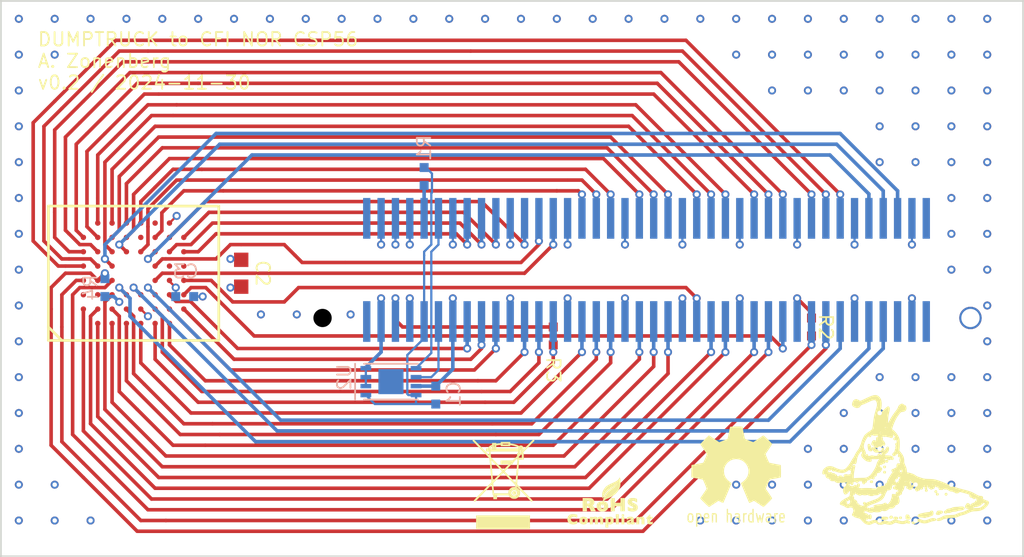
<source format=kicad_pcb>
(kicad_pcb (version 20240108) (generator "pcbnew") (generator_version "8.0")
  (layers (0 "F.Cu" signal) (1 "In1.Cu" signal) (2 "In2.Cu" signal) (31 "B.Cu" signal) (34 "B.Paste" user) (35 "F.Paste" user) (36 "B.SilkS" user "B.Silkscreen") (37 "F.SilkS" user "F.Silkscreen") (38 "B.Mask" user) (39 "F.Mask" user) (44 "Edge.Cuts" user))
  (net 0 "")
  (net 1 "/GND")
  (net 2 "/3V3_EEPROM")
  (net 3 "/VCC")
  (net 4 "/FLASH_A1")
  (net 5 "/FLASH_DQ11")
  (net 6 "/FLASH_DQ10")
  (net 7 "/FLASH_A17")
  (net 8 "/FLASH_A3")
  (net 9 "/FLASH_A23")
  (net 10 "/FLASH_DQ14")
  (net 11 "/FLASH_DQ15")
  (net 12 "/FLASH_DQ1")
  (net 13 "/FLASH_A0")
  (net 14 "/FLASH_WP_N")
  (net 15 "/FLASH_DQ0")
  (net 16 "/FLASH_A20")
  (net 17 "/FLASH_A2")
  (net 18 "/FLASH_A24")
  (net 19 "/FLASH_A6")
  (net 20 "/FLASH_DQ6")
  (net 21 "/FLASH_A7")
  (net 22 "/FLASH_A21")
  (net 23 "/FLASH_A15")
  (net 24 "/FLASH_DQ7")
  (net 25 "/FLASH_A8")
  (net 26 "/FLASH_A11")
  (net 27 "/FLASH_DQ2")
  (net 28 "/FLASH_A12")
  (net 29 "/FLASH_DQ8")
  (net 30 "/FLASH_A14")
  (net 31 "/FLASH_DQ13")
  (net 32 "/FLASH_RST_N")
  (net 34 "/FLASH_A13")
  (net 35 "/FLASH_DQ4")
  (net 36 "/FLASH_DQ9")
  (net 37 "/FLASH_A19")
  (net 38 "/FLASH_RY_BY")
  (net 41 "/FLASH_A16")
  (net 42 "/FLASH_A22")
  (net 43 "/FLASH_A18")
  (net 44 "/FLASH_DQ12")
  (net 45 "Net-(J1B-PRESENT)")
  (net 46 "/FLASH_OE_N")
  (net 47 "/FLASH_A4")
  (net 48 "/FLASH_A10")
  (net 49 "/EEPROM_SDA")
  (net 50 "/FLASH_WE_N")
  (net 51 "/EEPROM_SCL")
  (net 52 "/FLASH_CS_N")
  (net 53 "/FLASH_DQ3")
  (net 54 "/FLASH_DQ5")
  (net 55 "/FLASH_A5")
  (net 56 "/FLASH_A9")
  (footprint "w_logo:Logo_silk_ROHS_5x2.8mm" (layer "F.Cu") (at 67 84)
    (property "Reference" "M2" (hide yes))
    (property "Value" "LOGO" (hide yes))
  )
  (footprint "w_logo:Logo_silk_WEEE_3.4x5mm" (layer "F.Cu") (at 61 83)
    (property "Reference" "M4" (hide yes))
    (property "Value" "LOGO" (hide yes))
  )
  (footprint "w_logo:Logo_silk_OSHW_6x6mm" (layer "F.Cu") (at 74 82)
    (property "Reference" "M3" (hide yes))
    (property "Value" "LOGO" (hide yes))
  )
  (footprint "azonenberg_pcb:EIA_0603_CAP_NOSILK" (layer "F.Cu") (at 46.4 71.2 90)
    (property "Reference" "C2")
    (property "Value" "4.7 uF" (hide yes))
  )
  (footprint "azonenberg_pcb:EIA_0402_RES_NOSILK" (layer "F.Cu") (at 63.8 74.7 90)
    (property "Reference" "R3")
    (property "Value" "10K" (hide yes))
  )
  (footprint "azonenberg_pcb:LONGTHING-1200DPI" (layer "F.Cu") (at 84 82)
    (property "Reference" "M1" (hide yes))
    (property "Value" "LOGO" (hide yes))
  )
  (footprint "azonenberg_pcb:BGA_56_6x9_DEPOP_0.8MM_CFI_CSP" (layer "F.Cu") (at 40.4 71.2 90)
    (property "Reference" "U1" (hide yes))
    (property "Value" "MX29GL512FLXGI" (hide yes))
  )
  (footprint "azonenberg_pcb:EIA_0402_RES_NOSILK" (layer "F.Cu") (at 78.2 74.2 90)
    (property "Reference" "R2")
    (property "Value" "1K" (hide yes))
  )
  (footprint "azonenberg_pcb:EIA_0402_RES_NOSILK" (layer "B.Cu") (at 38.8 72 -90)
    (property "Reference" "R4")
    (property "Value" "10K" (hide yes))
  )
  (footprint "azonenberg_pcb:CONN_SAMTEC_BSE-040-01-L-D-A-TR" (layer "B.Cu") (at 69 71)
    (property "Reference" "J1" (hide yes))
    (property "Value" "CONN_DUMPTRUCK_DEVICE" (hide yes))
  )
  (footprint "azonenberg_pcb:EIA_0402_CAP_NOSILK" (layer "B.Cu") (at 43.25 72.5)
    (property "Reference" "C3")
    (property "Value" "0.47 uF" (hide yes))
  )
  (footprint "azonenberg_pcb:EIA_0402_RES_NOSILK" (layer "B.Cu") (at 56.6 65.8 -90)
    (property "Reference" "R1")
    (property "Value" "0" (hide yes))
  )
  (footprint "azonenberg_pcb:DFN_8_0.5MM_2x3MM_TALL" (layer "B.Cu") (at 54.75 77.25 90)
    (property "Reference" "U2")
    (property "Value" "M24C02-RMC6TG" (hide yes))
  )
  (footprint "azonenberg_pcb:EIA_0402_CAP_NOSILK" (layer "B.Cu") (at 57.25 78 90)
    (property "Reference" "C1")
    (property "Value" "0.47 uF" (hide yes))
  )
  (gr_line (start 90 56) (end 33 56) (stroke (width 0.1)) (layer "Edge.Cuts"))
  (gr_line (start 33 87) (end 90 87) (stroke (width 0.1)) (layer "Edge.Cuts"))
  (gr_line (start 33 56) (end 33 87) (stroke (width 0.1)) (layer "Edge.Cuts"))
  (gr_line (start 90 87) (end 90 56) (stroke (width 0.1)) (layer "Edge.Cuts"))
  (gr_text "DUMPTRUCK to CFI NOR CSP56\nA. Zonenberg\nv0.2 / 2024-11-30" (at 35 61 0) (layer "F.SilkS") (effects (font (size 0.75 0.75) (thickness 0.1)) (justify left bottom)))
  (segment (start 78.2 73.4) (end 77.4 72.6) (width 0.2) (layer "F.Cu") (net 1))
  (segment (start 41.2 73.6) (end 40.8 73.2) (width 0.125) (layer "F.Cu") (net 1))
  (segment (start 46.4 70.45) (end 45.85 70.45) (width 0.125) (layer "F.Cu") (net 1))
  (segment (start 42.400001 68.399999) (end 42.8 68) (width 0.125) (layer "F.Cu") (net 1))
  (segment (start 78.2 73.700001) (end 78.2 73.4) (width 0.2) (layer "F.Cu") (net 1))
  (segment (start 42.400001 68.4) (end 42.400001 68.399999) (width 0.125) (layer "F.Cu") (net 1))
  (segment (start 45.85 70.45) (end 45.8 70.4) (width 0.125) (layer "F.Cu") (net 1))
  (via (at 86 65) (size 0.45) (drill 0.25) (layers "F.Cu" "B.Cu") (net 1))
  (via (at 34 71) (size 0.45) (drill 0.25) (layers "F.Cu" "B.Cu") (net 1))
  (via (at 80 79) (size 0.45) (drill 0.25) (layers "F.Cu" "B.Cu") (net 1))
  (via (at 41.2 73.6) (size 0.45) (drill 0.25) (layers "F.Cu" "B.Cu") (net 1))
  (via (at 80 83) (size 0.45) (drill 0.25) (layers "F.Cu" "B.Cu") (net 1))
  (via (at 88 63) (size 0.45) (drill 0.25) (layers "F.Cu" "B.Cu") (net 1))
  (via (at 60 57) (size 0.45) (drill 0.25) (layers "F.Cu" "B.Cu") (net 1))
  (via (at 82 57) (size 0.45) (drill 0.25) (layers "F.Cu" "B.Cu") (net 1))
  (via (at 44 57) (size 0.45) (drill 0.25) (layers "F.Cu" "B.Cu") (net 1))
  (via (at 80.6 69.6) (size 0.45) (drill 0.25) (layers "F.Cu" "B.Cu") (net 1))
  (via (at 88 81) (size 0.45) (drill 0.25) (layers "F.Cu" "B.Cu") (net 1))
  (via (at 34 79) (size 0.45) (drill 0.25) (layers "F.Cu" "B.Cu") (net 1))
  (via (at 67.8 69.6) (size 0.45) (drill 0.25) (layers "F.Cu" "B.Cu") (net 1))
  (via (at 86 71) (size 0.45) (drill 0.25) (layers "F.Cu" "B.Cu") (net 1))
  (via (at 62 57) (size 0.45) (drill 0.25) (layers "F.Cu" "B.Cu") (net 1))
  (via (at 86 69) (size 0.45) (drill 0.25) (layers "F.Cu" "B.Cu") (net 1))
  (via (at 84 79) (size 0.45) (drill 0.25) (layers "F.Cu" "B.Cu") (net 1))
  (via (at 72 85) (size 0.45) (drill 0.25) (layers "F.Cu" "B.Cu") (net 1))
  (via (at 34 59) (size 0.45) (drill 0.25) (layers "F.Cu" "B.Cu") (net 1))
  (via (at 82 81) (size 0.45) (drill 0.25) (layers "F.Cu" "B.Cu") (net 1))
  (via (at 83.8 72.6) (size 0.45) (drill 0.25) (layers "F.Cu" "B.Cu") (net 1))
  (via (at 34 73) (size 0.45) (drill 0.25) (layers "F.Cu" "B.Cu") (net 1))
  (via (at 86 59) (size 0.45) (drill 0.25) (layers "F.Cu" "B.Cu") (net 1))
  (via (at 46 57) (size 0.45) (drill 0.25) (layers "F.Cu" "B.Cu") (net 1))
  (via (at 82 63) (size 0.45) (drill 0.25) (layers "F.Cu" "B.Cu") (net 1))
  (via (at 74 85) (size 0.45) (drill 0.25) (layers "F.Cu" "B.Cu") (net 1))
  (via (at 47.5 73.5) (size 0.45) (drill 0.25) (layers "F.Cu" "B.Cu") (net 1))
  (via (at 80 85) (size 0.45) (drill 0.25) (layers "F.Cu" "B.Cu") (net 1))
  (via (at 34 61) (size 0.45) (drill 0.25) (layers "F.Cu" "B.Cu") (net 1))
  (via (at 84 85) (size 0.45) (drill 0.25) (layers "F.Cu" "B.Cu") (net 1))
  (via (at 61.4 69.6) (size 0.45) (drill 0.25) (layers "F.Cu" "B.Cu") (net 1))
  (via (at 86 77) (size 0.45) (drill 0.25) (layers "F.Cu" "B.Cu") (net 1))
  (via (at 58.2 72.6) (size 0.45) (drill 0.25) (layers "F.Cu" "B.Cu") (net 1))
  (via (at 76 61) (size 0.45) (drill 0.25) (layers "F.Cu" "B.Cu") (net 1))
  (via (at 84 81) (size 0.45) (drill 0.25) (layers "F.Cu" "B.Cu") (net 1))
  (via (at 84 65) (size 0.45) (drill 0.25) (layers "F.Cu" "B.Cu") (net 1))
  (via (at 64 57) (size 0.45) (drill 0.25) (layers "F.Cu" "B.Cu") (net 1))
  (via (at 34 65) (size 0.45) (drill 0.25) (layers "F.Cu" "B.Cu") (net 1))
  (via (at 54 57) (size 0.45) (drill 0.25) (layers "F.Cu" "B.Cu") (net 1))
  (via (at 64.6 69.6) (size 0.45) (drill 0.25) (layers "F.Cu" "B.Cu") (net 1))
  (via (at 82 59) (size 0.45) (drill 0.25) (layers "F.Cu" "B.Cu") (net 1))
  (via (at 82 61) (size 0.45) (drill 0.25) (layers "F.Cu" "B.Cu") (net 1))
  (via (at 82 83) (size 0.45) (drill 0.25) (layers "F.Cu" "B.Cu") (net 1))
  (via (at 74.2 72.6) (size 0.45) (drill 0.25) (layers "F.Cu" "B.Cu") (net 1))
  (via (at 38 57) (size 0.45) (drill 0.25) (layers "F.Cu" "B.Cu") (net 1))
  (via (at 88 71) (size 0.45) (drill 0.25) (layers "F.Cu" "B.Cu") (net 1))
  (via (at 78 81) (size 0.45) (drill 0.25) (layers "F.Cu" "B.Cu") (net 1))
  (via (at 84 63) (size 0.45) (drill 0.25) (layers "F.Cu" "B.Cu") (net 1))
  (via (at 86 85) (size 0.45) (drill 0.25) (layers "F.Cu" "B.Cu") (net 1))
  (via (at 88 75) (size 0.45) (drill 0.25) (layers "F.Cu" "B.Cu") (net 1))
  (via (at 34 85) (size 0.45) (drill 0.25) (layers "F.Cu" "B.Cu") (net 1))
  (via (at 49.5 73.5) (size 0.45) (drill 0.25) (layers "F.Cu" "B.Cu") (net 1))
  (via (at 48 57) (size 0.45) (drill 0.25) (layers "F.Cu" "B.Cu") (net 1))
  (via (at 45.8 70.4) (size 0.45) (drill 0.25) (layers "F.Cu" "B.Cu") (net 1))
  (via (at 66 57) (size 0.45) (drill 0.25) (layers "F.Cu" "B.Cu") (net 1))
  (via (at 67.8 72.6) (size 0.45) (drill 0.25) (layers "F.Cu" "B.Cu") (net 1))
  (via (at 76 83) (size 0.45) (drill 0.25) (layers "F.Cu" "B.Cu") (net 1))
  (via (at 80 81) (size 0.45) (drill 0.25) (layers "F.Cu" "B.Cu") (net 1))
  (via (at 86 79) (size 0.45) (drill 0.25) (layers "F.Cu" "B.Cu") (net 1))
  (via (at 34 77) (size 0.45) (drill 0.25) (layers "F.Cu" "B.Cu") (net 1))
  (via (at 84 57) (size 0.45) (drill 0.25) (layers "F.Cu" "B.Cu") (net 1))
  (via (at 80 61) (size 0.45) (drill 0.25) (layers "F.Cu" "B.Cu") (net 1))
  (via (at 86 61) (size 0.45) (drill 0.25) (layers "F.Cu" "B.Cu") (net 1))
  (via (at 77.4 72.6) (size 0.45) (drill 0.25) (layers "F.Cu" "B.Cu") (net 1))
  (via (at 86 57) (size 0.45) (drill 0.25) (layers "F.Cu" "B.Cu") (net 1))
  (via (at 78 59) (size 0.45) (drill 0.25) (layers "F.Cu" "B.Cu") (net 1))
  (via (at 74.2 69.6) (size 0.45) (drill 0.25) (layers "F.Cu" "B.Cu") (net 1))
  (via (at 68 57) (size 0.45) (drill 0.25) (layers "F.Cu" "B.Cu") (net 1))
  (via (at 55.8 69.6) (size 0.45) (drill 0.25) (layers "F.Cu" "B.Cu") (net 1))
  (via (at 52.5 73.5) (size 0.45) (drill 0.25) (layers "F.Cu" "B.Cu") (net 1))
  (via (at 78 57) (size 0.45) (drill 0.25) (layers "F.Cu" "B.Cu") (net 1))
  (via (at 88 79) (size 0.45) (drill 0.25) (layers "F.Cu" "B.Cu") (net 1))
  (via (at 34 63) (size 0.45) (drill 0.25) (layers "F.Cu" "B.Cu") (net 1))
  (via (at 70 57) (size 0.45) (drill 0.25) (layers "F.Cu" "B.Cu") (net 1))
  (via (at 82 77) (size 0.45) (drill 0.25) (layers "F.Cu" "B.Cu") (net 1))
  (via (at 86 83) (size 0.45) (drill 0.25) (layers "F.Cu" "B.Cu") (net 1))
  (via (at 42 57) (size 0.45) (drill 0.25) (layers "F.Cu" "B.Cu") (net 1))
  (via (at 34 81) (size 0.45) (drill 0.25) (layers "F.Cu" "B.Cu") (net 1))
  (via (at 84 61) (size 0.45) (drill 0.25) (layers "F.Cu" "B.Cu") (net 1))
  (via (at 88 65) (size 0.45) (drill 0.25) (layers "F.Cu" "B.Cu") (net 1))
  (via (at 36 57) (size 0.45) (drill 0.25) (layers "F.Cu" "B.Cu") (net 1))
  (via (at 88 61) (size 0.45) (drill 0.25) (layers "F.Cu" "B.Cu") (net 1))
  (via (at 88 67) (size 0.45) (drill 0.25) (layers "F.Cu" "B.Cu") (net 1))
  (via (at 44.25 72.5) (size 0.45) (drill 0.25) (layers "F.Cu" "B.Cu") (net 1))
  (via (at 55.8 72.6) (size 0.45) (drill 0.25) (layers "F.Cu" "B.Cu") (net 1))
  (via (at 80 59) (size 0.45) (drill 0.25) (layers "F.Cu" "B.Cu") (net 1))
  (via (at 82 85) (size 0.45) (drill 0.25) (layers "F.Cu" "B.Cu") (net 1))
  (via (at 34 67) (size 0.45) (drill 0.25) (layers "F.Cu" "B.Cu") (net 1))
  (via (at 80 57) (size 0.45) (drill 0.25) (layers "F.Cu" "B.Cu") (net 1))
  (via (at 88 57) (size 0.45) (drill 0.25) (layers "F.Cu" "B.Cu") (net 1))
  (via (at 82 65) (size 0.45) (drill 0.25) (layers "F.Cu" "B.Cu") (net 1))
  (via (at 80.6 72.6) (size 0.45) (drill 0.25) (layers "F.Cu" "B.Cu") (net 1))
  (via (at 74 83) (size 0.45) (drill 0.25) (layers "F.Cu" "B.Cu") (net 1))
  (via (at 58.2 69.6) (size 0.45) (drill 0.25) (layers "F.Cu" "B.Cu") (net 1))
  (via (at 86 81) (size 0.45) (drill 0.25) (layers "F.Cu" "B.Cu") (net 1))
  (via (at 76 85) (size 0.45) (drill 0.25) (layers "F.Cu" "B.Cu") (net 1))
  (via (at 38 85) (size 0.45) (drill 0.25) (layers "F.Cu" "B.Cu") (net 1))
  (via (at 50 57) (size 0.45) (drill 0.25) (layers "F.Cu" "B.Cu") (net 1))
  (via (at 88 77) (size 0.45) (drill 0.25) (layers "F.Cu" "B.Cu") (net 1))
  (via (at 64.6 72.6) (size 0.45) (drill 0.25) (layers "F.Cu" "B.Cu") (net 1))
  (via (at 71 72.6) (size 0.45) (drill 0.25) (layers "F.Cu" "B.Cu") (net 1))
  (via (at 83.8 69.6) (size 0.45) (drill 0.25) (layers "F.Cu" "B.Cu") (net 1))
  (via (at 74 59) (size 0.45) (drill 0.25) (layers "F.Cu" "B.Cu") (net 1))
  (via (at 54.2 69.6) (size 0.45) (drill 0.25) (layers "F.Cu" "B.Cu") (net 1))
  (via (at 84 77) (size 0.45) (drill 0.25) (layers "F.Cu" "B.Cu") (net 1))
  (via (at 86 67) (size 0.45) (drill 0.25) (layers "F.Cu" "B.Cu") (net 1))
  (via (at 36 85) (size 0.45) (drill 0.25) (layers "F.Cu" "B.Cu") (net 1))
  (via (at 34 75) (size 0.45) (drill 0.25) (layers "F.Cu" "B.Cu") (net 1))
  (via (at 40 57) (size 0.45) (drill 0.25) (layers "F.Cu" "B.Cu") (net 1))
  (via (at 36 83) (size 0.45) (drill 0.25) (layers "F.Cu" "B.Cu") (net 1))
  (via (at 88 73) (size 0.45) (drill 0.25) (layers "F.Cu" "B.Cu") (net 1))
  (via (at 86 63) (size 0.45) (drill 0.25) (layers "F.Cu" "B.Cu") (net 1))
  (via (at 84 83) (size 0.45) (drill 0.25) (layers "F.Cu" "B.Cu") (net 1))
  (via (at 88 83) (size 0.45) (drill 0.25) (layers "F.Cu" "B.Cu") (net 1))
  (via (at 84 59) (size 0.45) (drill 0.25) (layers "F.Cu" "B.Cu") (net 1))
  (via (at 88 69) (size 0.45) (drill 0.25) (layers "F.Cu" "B.Cu") (net 1))
  (via (at 76 59) (size 0.45) (drill 0.25) (layers "F.Cu" "B.Cu") (net 1))
  (via (at 78 61) (size 0.45) (drill 0.25) (layers "F.Cu" "B.Cu") (net 1))
  (via (at 61.4 72.6) (size 0.45) (drill 0.25) (layers "F.Cu" "B.Cu") (net 1))
  (via (at 72 57) (size 0.45) (drill 0.25) (layers "F.Cu" "B.Cu") (net 1))
  (via (at 34 69) (size 0.45) (drill 0.25) (layers "F.Cu" "B.Cu") (net 1))
  (via (at 71 69.6) (size 0.45) (drill 0.25) (layers "F.Cu" "B.Cu") (net 1))
  (via (at 58 57) (size 0.45) (drill 0.25) (layers "F.Cu" "B.Cu") (net 1))
  (via (at 54.2 72.6) (size 0.45) (drill 0.25) (layers "F.Cu" "B.Cu") (net 1))
  (via (at 77.4 69.6) (size 0.45) (drill 0.25) (layers "F.Cu" "B.Cu") (net 1))
  (via (at 34 83) (size 0.45) (drill 0.25) (layers "F.Cu" "B.Cu") (net 1))
  (via (at 88 59) (size 0.45) (drill 0.25) (layers "F.Cu" "B.Cu") (net 1))
  (via (at 74 57) (size 0.45) (drill 0.25) (layers "F.Cu" "B.Cu") (net 1))
  (via (at 82 79) (size 0.45) (drill 0.25) (layers "F.Cu" "B.Cu") (net 1))
  (via (at 56 57) (size 0.45) (drill 0.25) (layers "F.Cu" "B.Cu") (net 1))
  (via (at 36 59) (size 0.45) (drill 0.25) (layers "F.Cu" "B.Cu") (net 1))
  (via (at 42.8 68) (size 0.45) (drill 0.25) (layers "F.Cu" "B.Cu") (net 1))
  (via (at 76 57) (size 0.45) (drill 0.25) (layers "F.Cu" "B.Cu") (net 1))
  (via (at 78 83) (size 0.45) (drill 0.25) (layers "F.Cu" "B.Cu") (net 1))
  (via (at 34 57) (size 0.45) (drill 0.25) (layers "F.Cu" "B.Cu") (net 1))
  (via (at 78 85) (size 0.45) (drill 0.25) (layers "F.Cu" "B.Cu") (net 1))
  (via (at 88 85) (size 0.45) (drill 0.25) (layers "F.Cu" "B.Cu") (net 1))
  (via (at 52 57) (size 0.45) (drill 0.25) (layers "F.Cu" "B.Cu") (net 1))
  (segment (start 74.2 68.1365) (end 74.2 69.6) (width 0.125) (layer "B.Cu") (net 1))
  (segment (start 64.6 72.6) (end 64.6 73.8935) (width 0.125) (layer "B.Cu") (net 1))
  (segment (start 77.4 68.1365) (end 77.4 69.6) (width 0.125) (layer "B.Cu") (net 1))
  (segment (start 61.4 72.6) (end 61.4 73.8935) (width 0.125) (layer "B.Cu") (net 1))
  (segment (start 56.15 77.5) (end 57.249999 77.5) (width 0.2) (layer "B.Cu") (net 1))
  (segment (start 53.35 76.499999) (end 53.35 77.5) (width 0.125) (layer "B.Cu") (net 1))
  (segment (start 55.8 72.6) (end 55.8 73.8935) (width 0.125) (layer "B.Cu") (net 1))
  (segment (start 54.2 72.6) (end 54.2 73.8935) (width 0.125) (layer "B.Cu") (net 1))
  (segment (start 80.6 72.6) (end 80.6 73.8935) (width 0.125) (layer "B.Cu") (net 1))
  (segment (start 58.2 68.1365) (end 58.2 69.6) (width 0.125) (layer "B.Cu") (net 1))
  (segment (start 71 72.6) (end 71 73.8935) (width 0.125) (layer "B.Cu") (net 1))
  (segment (start 64.6 68.1365) (end 64.6 69.6) (width 0.125) (layer "B.Cu") (net 1))
  (segment (start 57.25 77.500001) (end 58.2 76.550001) (width 0.2) (layer "B.Cu") (net 1))
  (segment (start 58.2 76.550001) (end 58.2 73.8935) (width 0.2) (layer "B.Cu") (net 1))
  (segment (start 83.8 68.1365) (end 83.8 69.6) (width 0.125) (layer "B.Cu") (net 1))
  (segment (start 67.8 72.6) (end 67.8 73.8935) (width 0.125) (layer "B.Cu") (net 1))
  (segment (start 54.2 75.6) (end 54.2 73.8935) (width 0.2) (layer "B.Cu") (net 1))
  (segment (start 71 68.1365) (end 71 69.6) (width 0.125) (layer "B.Cu") (net 1))
  (segment (start 83.8 72.6) (end 83.8 73.8935) (width 0.125) (layer "B.Cu") (net 1))
  (segment (start 53.35 76.45) (end 54.2 75.6) (width 0.2) (layer "B.Cu") (net 1))
  (segment (start 77.4 72.6) (end 77.4 73.8935) (width 0.125) (layer "B.Cu") (net 1))
  (segment (start 53.35 76.499999) (end 53.35 76.45) (width 0.2) (layer "B.Cu") (net 1))
  (segment (start 57.249999 77.5) (end 57.25 77.500001) (width 0.2) (layer "B.Cu") (net 1))
  (segment (start 43.749999 72.5) (end 44.25 72.5) (width 0.125) (layer "B.Cu") (net 1))
  (segment (start 58.2 72.6) (end 58.2 73.8935) (width 0.125) (layer "B.Cu") (net 1))
  (segment (start 54.2 68.1365) (end 54.2 69.6) (width 0.125) (layer "B.Cu") (net 1))
  (segment (start 61.4 68.1365) (end 61.4 69.6) (width 0.125) (layer "B.Cu") (net 1))
  (segment (start 74.2 72.6) (end 74.2 73.8935) (width 0.125) (layer "B.Cu") (net 1))
  (segment (start 55.8 68.1365) (end 55.8 69.6) (width 0.125) (layer "B.Cu") (net 1))
  (segment (start 67.8 68.1365) (end 67.8 69.6) (width 0.125) (layer "B.Cu") (net 1))
  (segment (start 80.6 68.1365) (end 80.6 69.6) (width 0.125) (layer "B.Cu") (net 1))
  (segment (start 56.6 65.300001) (end 56.700001 65.300001) (width 0.125) (layer "B.Cu") (net 2))
  (segment (start 56.15 78.449999) (end 56.1 78.499999) (width 0.125) (layer "B.Cu") (net 2))
  (segment (start 56.599999 74.825) (end 55.6625 75.762499) (width 0.125) (layer "B.Cu") (net 2))
  (segment (start 57 66.737499) (end 57 69.6) (width 0.125) (layer "B.Cu") (net 2))
  (segment (start 56.599999 73.8935) (end 56.599999 74.825) (width 0.125) (layer "B.Cu") (net 2))
  (segment (start 56.15 78.000001) (end 56.15 78.449999) (width 0.125) (layer "B.Cu") (net 2))
  (segment (start 56.6 70.2) (end 56.599999 70.200001) (width 0.125) (layer "B.Cu") (net 2))
  (segment (start 57.25 78.499999) (end 56.1 78.499999) (width 0.125) (layer "B.Cu") (net 2))
  (segment (start 55.6625 77.937501) (end 55.725 78.000001) (width 0.125) (layer "B.Cu") (net 2))
  (segment (start 56.6 70) (end 56.6 70.2) (width 0.125) (layer "B.Cu") (net 2))
  (segment (start 57 69.6) (end 56.6 70) (width 0.125) (layer "B.Cu") (net 2))
  (segment (start 56.1 78.499999) (end 53.849998 78.499999) (width 0.125) (layer "B.Cu") (net 2))
  (segment (start 57.0375 66.699999) (end 57 66.737499) (width 0.125) (layer "B.Cu") (net 2))
  (segment (start 57.0375 65.6375) (end 57.0375 66.699999) (width 0.125) (layer "B.Cu") (net 2))
  (segment (start 56.599999 70.200001) (end 56.599999 73.8935) (width 0.125) (layer "B.Cu") (net 2))
  (segment (start 55.725 78.000001) (end 56.15 78.000001) (width 0.125) (layer "B.Cu") (net 2))
  (segment (start 56.700001 65.300001) (end 57.0375 65.6375) (width 0.125) (layer "B.Cu") (net 2))
  (segment (start 53.849998 78.499999) (end 53.35 78.000001) (width 0.125) (layer "B.Cu") (net 2))
  (segment (start 55.6625 75.762499) (end 55.6625 77.937501) (width 0.125) (layer "B.Cu") (net 2))
  (segment (start 46.4 71.95) (end 45.85 71.95) (width 0.125) (layer "F.Cu") (net 3))
  (segment (start 63.8 74.200001) (end 55.400001 74.200001) (width 0.2) (layer "F.Cu") (net 3))
  (segment (start 55.400001 74.200001) (end 55 73.8) (width 0.2) (layer "F.Cu") (net 3))
  (segment (start 55 73.8) (end 55 72.6) (width 0.2) (layer "F.Cu") (net 3))
  (segment (start 45.85 71.95) (end 45.8 72) (width 0.125) (layer "F.Cu") (net 3))
  (segment (start 42.4 71.65) (end 42.75 72) (width 0.125) (layer "F.Cu") (net 3))
  (segment (start 42.4 71.6) (end 42.4 71.65) (width 0.125) (layer "F.Cu") (net 3))
  (via (at 45.8 72) (size 0.45) (drill 0.25) (layers "F.Cu" "B.Cu") (net 3))
  (via (at 55 72.6) (size 0.45) (drill 0.25) (layers "F.Cu" "B.Cu") (net 3))
  (via (at 39.6 72.8) (size 0.45) (drill 0.25) (layers "F.Cu" "B.Cu") (net 3))
  (via (at 55 69.6) (size 0.45) (drill 0.25) (layers "F.Cu" "B.Cu") (net 3))
  (via (at 42.75 72) (size 0.45) (drill 0.25) (layers "F.Cu" "B.Cu") (net 3))
  (segment (start 55.000001 72.600001) (end 55.000001 73.8935) (width 0.125) (layer "B.Cu") (net 3))
  (segment (start 42.75 72) (end 42.75 72.499999) (width 0.125) (layer "B.Cu") (net 3))
  (segment (start 42.75 72.499999) (end 42.750001 72.5) (width 0.125) (layer "B.Cu") (net 3))
  (segment (start 38.8 72.499999) (end 39.299999 72.499999) (width 0.2) (layer "B.Cu") (net 3))
  (segment (start 55 72.6) (end 55.000001 72.600001) (width 0.125) (layer "B.Cu") (net 3))
  (segment (start 55 68.1365) (end 55 69.6) (width 0.125) (layer "B.Cu") (net 3))
  (segment (start 39.299999 72.499999) (end 39.6 72.8) (width 0.2) (layer "B.Cu") (net 3))
  (segment (start 60.6 80.2) (end 63 80.2) (width 0.2) (layer "F.Cu") (net 4))
  (segment (start 63 80.2) (end 67 76.2) (width 0.2) (layer "F.Cu") (net 4))
  (segment (start 67 76.2) (end 67 75.6) (width 0.2) (layer "F.Cu") (net 4))
  (segment (start 45.2 80.2) (end 60.6 80.2) (width 0.2) (layer "F.Cu") (net 4))
  (segment (start 40 74) (end 40 77.2) (width 0.2) (layer "F.Cu") (net 4))
  (segment (start 43 80.2) (end 45.2 80.2) (width 0.2) (layer "F.Cu") (net 4))
  (segment (start 40.4 77.6) (end 43 80.2) (width 0.2) (layer "F.Cu") (net 4))
  (segment (start 40 77.2) (end 40.4 77.6) (width 0.2) (layer "F.Cu") (net 4))
  (via (at 67 75.6) (size 0.45) (drill 0.25) (layers "F.Cu" "B.Cu") (net 4))
  (segment (start 67 75.6) (end 67 73.8935) (width 0.2) (layer "B.Cu") (net 4))
  (segment (start 44.728248 71.6) (end 45.928248 72.8) (width 0.2) (layer "F.Cu") (net 5))
  (segment (start 71.2 72) (end 71.8 72.6) (width 0.2) (layer "F.Cu") (net 5))
  (segment (start 48.8 72.8) (end 49.6 72) (width 0.2) (layer "F.Cu") (net 5))
  (segment (start 43.2 71.6) (end 44.728248 71.6) (width 0.2) (layer "F.Cu") (net 5))
  (segment (start 45.928248 72.8) (end 48.8 72.8) (width 0.2) (layer "F.Cu") (net 5))
  (segment (start 49.6 72) (end 71.2 72) (width 0.2) (layer "F.Cu") (net 5))
  (via (at 71.8 72.6) (size 0.45) (drill 0.25) (layers "F.Cu" "B.Cu") (net 5))
  (segment (start 71.8 73.893499) (end 71.8 72.6) (width 0.2) (layer "B.Cu") (net 5))
  (segment (start 42.774999 72.775) (end 42.4 72.400001) (width 0.2) (layer "F.Cu") (net 6))
  (segment (start 59 75.4) (end 46.2 75.4) (width 0.2) (layer "F.Cu") (net 6))
  (segment (start 43.575 72.775) (end 42.774999 72.775) (width 0.2) (layer "F.Cu") (net 6))
  (segment (start 46.2 75.4) (end 43.575 72.775) (width 0.2) (layer "F.Cu") (net 6))
  (via (at 59 75.4) (size 0.45) (drill 0.25) (layers "F.Cu" "B.Cu") (net 6))
  (segment (start 59 75.4) (end 59 73.8935) (width 0.2) (layer "B.Cu") (net 6))
  (segment (start 40 72.4) (end 39.6 72) (width 0.2) (layer "F.Cu") (net 7))
  (via (at 39.6 72) (size 0.45) (drill 0.25) (layers "F.Cu" "B.Cu") (net 7))
  (segment (start 39.6 72) (end 40.2 72.6) (width 0.2) (layer "B.Cu") (net 7))
  (segment (start 40.2 73.6) (end 47.2 80.6) (width 0.2) (layer "B.Cu") (net 7))
  (segment (start 82.2 75.4) (end 82.2 73.8935) (width 0.2) (layer "B.Cu") (net 7))
  (segment (start 40.2 72.6) (end 40.2 73.6) (width 0.2) (layer "B.Cu") (net 7))
  (segment (start 47.2 80.6) (end 77 80.6) (width 0.2) (layer "B.Cu") (net 7))
  (segment (start 77 80.6) (end 82.2 75.4) (width 0.2) (layer "B.Cu") (net 7))
  (segment (start 38.399999 74) (end 38.399999 79.199999) (width 0.2) (layer "F.Cu") (net 8))
  (segment (start 38.399999 79.199999) (end 41.8 82.6) (width 0.2) (layer "F.Cu") (net 8))
  (segment (start 65.6 82.6) (end 72.6 75.6) (width 0.2) (layer "F.Cu") (net 8))
  (segment (start 41.8 82.6) (end 65.6 82.6) (width 0.2) (layer "F.Cu") (net 8))
  (via (at 72.6 75.6) (size 0.45) (drill 0.25) (layers "F.Cu" "B.Cu") (net 8))
  (segment (start 72.6 75.6) (end 72.6 73.8935) (width 0.2) (layer "B.Cu") (net 8))
  (segment (start 38 70.4) (end 36.8 70.4) (width 0.2) (layer "F.Cu") (net 9))
  (segment (start 36.8 70.4) (end 36.4 70.4) (width 0.2) (layer "F.Cu") (net 9))
  (segment (start 39.6 58.8) (end 41.2 58.8) (width 0.2) (layer "F.Cu") (net 9))
  (segment (start 41.2 58.8) (end 59.2 58.8) (width 0.2) (layer "F.Cu") (net 9))
  (segment (start 38.4 70.8) (end 38 70.4) (width 0.2) (layer "F.Cu") (net 9))
  (segment (start 71 58.8) (end 79 66.8) (width 0.2) (layer "F.Cu") (net 9))
  (segment (start 59.2 58.8) (end 71 58.8) (width 0.2) (layer "F.Cu") (net 9))
  (segment (start 35.4 69.4) (end 35.4 63) (width 0.2) (layer "F.Cu") (net 9))
  (segment (start 36.4 62) (end 39.6 58.8) (width 0.2) (layer "F.Cu") (net 9))
  (segment (start 36.4 70.4) (end 35.4 69.4) (width 0.2) (layer "F.Cu") (net 9))
  (segment (start 35.4 63) (end 36.4 62) (width 0.2) (layer "F.Cu") (net 9))
  (via (at 79 66.8) (size 0.45) (drill 0.25) (layers "F.Cu" "B.Cu") (net 9))
  (segment (start 79 68.1365) (end 79 66.8) (width 0.2) (layer "B.Cu") (net 9))
  (segment (start 43.2 69.199999) (end 44.599999 67.8) (width 0.2) (layer "F.Cu") (net 10))
  (segment (start 44.599999 67.8) (end 58.8 67.8) (width 0.2) (layer "F.Cu") (net 10))
  (segment (start 58.8 67.8) (end 60.6 69.6) (width 0.2) (layer "F.Cu") (net 10))
  (via (at 60.6 69.6) (size 0.45) (drill 0.25) (layers "F.Cu" "B.Cu") (net 10))
  (segment (start 60.6 69.6) (end 60.6 68.1365) (width 0.2) (layer "B.Cu") (net 10))
  (segment (start 41.600001 69.2) (end 41.975 68.825001) (width 0.2) (layer "F.Cu") (net 11))
  (segment (start 65.2 66.6) (end 65.4 66.8) (width 0.2) (layer "F.Cu") (net 11))
  (segment (start 41.975 68.825001) (end 41.975 67.825) (width 0.2) (layer "F.Cu") (net 11))
  (segment (start 45.4 66.6) (end 64 66.6) (width 0.2) (layer "F.Cu") (net 11))
  (segment (start 41.975 67.825) (end 42.4 67.4) (width 0.2) (layer "F.Cu") (net 11))
  (segment (start 64 66.6) (end 65.2 66.6) (width 0.2) (layer "F.Cu") (net 11))
  (segment (start 42.4 67.4) (end 43.2 66.6) (width 0.2) (layer "F.Cu") (net 11))
  (segment (start 43.2 66.6) (end 45.4 66.6) (width 0.2) (layer "F.Cu") (net 11))
  (via (at 65.4 66.8) (size 0.45) (drill 0.25) (layers "F.Cu" "B.Cu") (net 11))
  (segment (start 65.4 66.8) (end 65.4 68.1365) (width 0.2) (layer "B.Cu") (net 11))
  (segment (start 40.8 72.4) (end 40.4 72) (width 0.2) (layer "F.Cu") (net 12))
  (via (at 40.4 72) (size 0.45) (drill 0.25) (layers "F.Cu" "B.Cu") (net 12))
  (segment (start 81.400001 75.399999) (end 81.400001 73.8935) (width 0.2) (layer "B.Cu") (net 12))
  (segment (start 76.8 80) (end 81.400001 75.399999) (width 0.2) (layer "B.Cu") (net 12))
  (segment (start 40.4 72) (end 48.4 80) (width 0.2) (layer "B.Cu") (net 12))
  (segment (start 48.4 80) (end 76.8 80) (width 0.2) (layer "B.Cu") (net 12))
  (segment (start 40.8 76.2) (end 43.6 79) (width 0.2) (layer "F.Cu") (net 13))
  (segment (start 40.8 74) (end 40.8 76.2) (width 0.2) (layer "F.Cu") (net 13))
  (segment (start 62 79) (end 65.4 75.6) (width 0.2) (layer "F.Cu") (net 13))
  (segment (start 43.6 79) (end 62 79) (width 0.2) (layer "F.Cu") (net 13))
  (via (at 65.4 75.6) (size 0.45) (drill 0.25) (layers "F.Cu" "B.Cu") (net 13))
  (segment (start 65.4 75.6) (end 65.4 73.8935) (width 0.2) (layer "B.Cu") (net 13))
  (segment (start 36.6 72.2) (end 36.4 72.4) (width 0.2) (layer "F.Cu") (net 14))
  (segment (start 36.4 80.6) (end 37.6 81.8) (width 0.2) (layer "F.Cu") (net 14))
  (segment (start 42.2 85) (end 68.4 85) (width 0.2) (layer "F.Cu") (net 14))
  (segment (start 36.4 72.4) (end 36.4 74.2) (width 0.2) (layer "F.Cu") (net 14))
  (segment (start 37.6 81.8) (end 40.8 85) (width 0.2) (layer "F.Cu") (net 14))
  (segment (start 36.4 74.2) (end 36.4 80.6) (width 0.2) (layer "F.Cu") (net 14))
  (segment (start 78.2 75.2) (end 78.2 74.699999) (width 0.2) (layer "F.Cu") (net 14))
  (segment (start 40.8 85) (end 42.2 85) (width 0.2) (layer "F.Cu") (net 14))
  (segment (start 68.4 85) (end 78.1 75.3) (width 0.2) (layer "F.Cu") (net 14))
  (segment (start 37.6 71.6) (end 37.2 71.6) (width 0.2) (layer "F.Cu") (net 14))
  (segment (start 78.1 75.3) (end 78.2 75.2) (width 0.2) (layer "F.Cu") (net 14))
  (segment (start 37.2 71.6) (end 36.6 72.2) (width 0.2) (layer "F.Cu") (net 14))
  (via (at 78.2 75.2) (size 0.45) (drill 0.25) (layers "F.Cu" "B.Cu") (net 14))
  (segment (start 78.2 75.2) (end 78.2 73.8935) (width 0.2) (layer "B.Cu") (net 14))
  (segment (start 45.8 76.6) (end 42.4 73.2) (width 0.2) (layer "F.Cu") (net 15))
  (segment (start 59.4 76.6) (end 45.8 76.6) (width 0.2) (layer "F.Cu") (net 15))
  (segment (start 60.6 75.4) (end 59.4 76.6) (width 0.2) (layer "F.Cu") (net 15))
  (via (at 60.6 75.4) (size 0.45) (drill 0.25) (layers "F.Cu" "B.Cu") (net 15))
  (segment (start 60.6 73.893501) (end 60.600001 73.8935) (width 0.2) (layer "B.Cu") (net 15))
  (segment (start 60.6 75.4) (end 60.6 73.893501) (width 0.2) (layer "B.Cu") (net 15))
  (segment (start 39.2 70.8) (end 38.8 70.4) (width 0.2) (layer "F.Cu") (net 16))
  (via (at 38.8 70.4) (size 0.45) (drill 0.25) (layers "F.Cu" "B.Cu") (net 16))
  (segment (start 45 63.4) (end 79.8 63.4) (width 0.2) (layer "B.Cu") (net 16))
  (segment (start 83 66.6) (end 83 68.1365) (width 0.2) (layer "B.Cu") (net 16))
  (segment (start 38.8 69.6) (end 45 63.4) (width 0.2) (layer "B.Cu") (net 16))
  (segment (start 79.8 63.4) (end 83 66.6) (width 0.2) (layer "B.Cu") (net 16))
  (segment (start 38.8 70.4) (end 38.8 69.6) (width 0.2) (layer "B.Cu") (net 16))
  (segment (start 69.4 76.4) (end 64.4 81.4) (width 0.2) (layer "F.Cu") (net 17))
  (segment (start 69.4 75.6) (end 69.4 76.4) (width 0.2) (layer "F.Cu") (net 17))
  (segment (start 64.4 81.4) (end 42.2 81.4) (width 0.2) (layer "F.Cu") (net 17))
  (segment (start 42.2 81.4) (end 39.2 78.4) (width 0.2) (layer "F.Cu") (net 17))
  (segment (start 39.2 78.4) (end 39.2 74) (width 0.2) (layer "F.Cu") (net 17))
  (via (at 69.4 75.6) (size 0.45) (drill 0.25) (layers "F.Cu" "B.Cu") (net 17))
  (segment (start 69.4 75.6) (end 69.4 73.8935) (width 0.2) (layer "B.Cu") (net 17))
  (segment (start 44.4 77.2) (end 59.6 77.2) (width 0.2) (layer "F.Cu") (net 18))
  (segment (start 42.400001 75.200001) (end 44.4 77.2) (width 0.2) (layer "F.Cu") (net 18))
  (segment (start 59.6 77.2) (end 60.6 77.2) (width 0.2) (layer "F.Cu") (net 18))
  (segment (start 42.400001 74) (end 42.400001 75.200001) (width 0.2) (layer "F.Cu") (net 18))
  (segment (start 60.6 77.2) (end 62.2 75.6) (width 0.2) (layer "F.Cu") (net 18))
  (via (at 62.2 75.6) (size 0.45) (drill 0.25) (layers "F.Cu" "B.Cu") (net 18))
  (segment (start 62.2 75.6) (end 62.2 73.893501) (width 0.2) (layer "B.Cu") (net 18))
  (segment (start 62.2 73.893501) (end 62.199999 73.8935) (width 0.2) (layer "B.Cu") (net 18))
  (segment (start 38 79.6) (end 41.6 83.2) (width 0.2) (layer "F.Cu") (net 19))
  (segment (start 65.8 83.2) (end 73.4 75.6) (width 0.2) (layer "F.Cu") (net 19))
  (segment (start 38 73.6) (end 38 79.6) (width 0.2) (layer "F.Cu") (net 19))
  (segment (start 41.6 83.2) (end 65.8 83.2) (width 0.2) (layer "F.Cu") (net 19))
  (segment (start 38.4 73.2) (end 38 73.6) (width 0.2) (layer "F.Cu") (net 19))
  (via (at 73.4 75.6) (size 0.45) (drill 0.25) (layers "F.Cu" "B.Cu") (net 19))
  (segment (start 73.4 75.6) (end 73.4 73.8935) (width 0.2) (layer "B.Cu") (net 19))
  (segment (start 64.6 66) (end 65.4 66) (width 0.2) (layer "F.Cu") (net 20))
  (segment (start 42.8 66) (end 43.6 66) (width 0.2) (layer "F.Cu") (net 20))
  (segment (start 65.4 66) (end 66.2 66.8) (width 0.2) (layer "F.Cu") (net 20))
  (segment (start 40.8 70) (end 41.2 69.6) (width 0.2) (layer "F.Cu") (net 20))
  (segment (start 41.2 67.6) (end 42.8 66) (width 0.2) (layer "F.Cu") (net 20))
  (segment (start 41.2 67.8) (end 41.2 67.6) (width 0.2) (layer "F.Cu") (net 20))
  (segment (start 43.6 66) (end 64.6 66) (width 0.2) (layer "F.Cu") (net 20))
  (segment (start 41.2 69.6) (end 41.2 68.6) (width 0.2) (layer "F.Cu") (net 20))
  (segment (start 41.2 68.6) (end 41.2 67.8) (width 0.2) (layer "F.Cu") (net 20))
  (via (at 66.2 66.8) (size 0.45) (drill 0.25) (layers "F.Cu" "B.Cu") (net 20))
  (segment (start 66.2 66.8) (end 66.2 68.1365) (width 0.2) (layer "B.Cu") (net 20))
  (segment (start 37.6 73.200001) (end 37.6 80) (width 0.2) (layer "F.Cu") (net 21))
  (segment (start 66.8 83.8) (end 75 75.6) (width 0.2) (layer "F.Cu") (net 21))
  (segment (start 41.4 83.8) (end 66.8 83.8) (width 0.2) (layer "F.Cu") (net 21))
  (segment (start 37.6 80) (end 41.4 83.8) (width 0.2) (layer "F.Cu") (net 21))
  (via (at 75 75.6) (size 0.45) (drill 0.25) (layers "F.Cu" "B.Cu") (net 21))
  (segment (start 75 75.6) (end 75 73.8935) (width 0.2) (layer "B.Cu") (net 21))
  (segment (start 68 63) (end 71.8 66.8) (width 0.2) (layer "F.Cu") (net 22))
  (segment (start 39.2 68.4) (end 39.2 65.4) (width 0.2) (layer "F.Cu") (net 22))
  (segment (start 41.6 63) (end 68 63) (width 0.2) (layer "F.Cu") (net 22))
  (segment (start 39.2 65.4) (end 41.6 63) (width 0.2) (layer "F.Cu") (net 22))
  (via (at 71.8 66.8) (size 0.45) (drill 0.25) (layers "F.Cu" "B.Cu") (net 22))
  (segment (start 71.8 66.8) (end 71.8 68.1365) (width 0.2) (layer "B.Cu") (net 22))
  (segment (start 42.8 61.8) (end 68.4 61.8) (width 0.2) (layer "F.Cu") (net 23))
  (segment (start 38.399999 64.600001) (end 39.4 63.6) (width 0.2) (layer "F.Cu") (net 23))
  (segment (start 68.4 61.8) (end 73.4 66.8) (width 0.2) (layer "F.Cu") (net 23))
  (segment (start 38.399999 68.4) (end 38.399999 67.000001) (width 0.2) (layer "F.Cu") (net 23))
  (segment (start 39.4 63.6) (end 41.2 61.8) (width 0.2) (layer "F.Cu") (net 23))
  (segment (start 41.2 61.8) (end 42.8 61.8) (width 0.2) (layer "F.Cu") (net 23))
  (segment (start 38.399999 67.000001) (end 38.399999 64.600001) (width 0.2) (layer "F.Cu") (net 23))
  (via (at 73.4 66.8) (size 0.45) (drill 0.25) (layers "F.Cu" "B.Cu") (net 23))
  (segment (start 73.4 68.1365) (end 73.4 66.8) (width 0.2) (layer "B.Cu") (net 23))
  (segment (start 59.8 67.2) (end 62.2 69.6) (width 0.2) (layer "F.Cu") (net 24))
  (segment (start 44.4 67.2) (end 59.8 67.2) (width 0.2) (layer "F.Cu") (net 24))
  (segment (start 42.4 69.2) (end 44.4 67.2) (width 0.2) (layer "F.Cu") (net 24))
  (via (at 62.2 69.6) (size 0.45) (drill 0.25) (layers "F.Cu" "B.Cu") (net 24))
  (segment (start 62.2 69.6) (end 62.2 68.1365) (width 0.2) (layer "B.Cu") (net 24))
  (segment (start 39.8 59.4) (end 41.2 59.4) (width 0.2) (layer "F.Cu") (net 25))
  (segment (start 36 69.2) (end 36 67.8) (width 0.2) (layer "F.Cu") (net 25))
  (segment (start 37.6 61.6) (end 39.8 59.4) (width 0.2) (layer "F.Cu") (net 25))
  (segment (start 36 63.2) (end 37.6 61.6) (width 0.2) (layer "F.Cu") (net 25))
  (segment (start 36.8 70) (end 36 69.2) (width 0.2) (layer "F.Cu") (net 25))
  (segment (start 41.2 59.4) (end 70.8 59.4) (width 0.2) (layer "F.Cu") (net 25))
  (segment (start 37.6 70) (end 36.8 70) (width 0.2) (layer "F.Cu") (net 25))
  (segment (start 70.8 59.4) (end 78.2 66.8) (width 0.2) (layer "F.Cu") (net 25))
  (segment (start 36 67.8) (end 36 63.2) (width 0.2) (layer "F.Cu") (net 25))
  (via (at 78.2 66.8) (size 0.45) (drill 0.25) (layers "F.Cu" "B.Cu") (net 25))
  (segment (start 78.2 66.8) (end 78.2 68.1365) (width 0.2) (layer "B.Cu") (net 25))
  (segment (start 40.6 60.6) (end 44 60.6) (width 0.2) (layer "F.Cu") (net 26))
  (segment (start 37.200001 68.8) (end 37.2 68.8) (width 0.2) (layer "F.Cu") (net 26))
  (segment (start 37.2 68.8) (end 37.2 64) (width 0.2) (layer "F.Cu") (net 26))
  (segment (start 69.6 60.6) (end 75.8 66.8) (width 0.2) (layer "F.Cu") (net 26))
  (segment (start 44 60.6) (end 69.6 60.6) (width 0.2) (layer "F.Cu") (net 26))
  (segment (start 37.6 69.199999) (end 37.200001 68.8) (width 0.2) (layer "F.Cu") (net 26))
  (segment (start 37.2 64) (end 37.8 63.4) (width 0.2) (layer "F.Cu") (net 26))
  (segment (start 37.8 63.4) (end 40.6 60.6) (width 0.2) (layer "F.Cu") (net 26))
  (via (at 75.8 66.8) (size 0.45) (drill 0.25) (layers "F.Cu" "B.Cu") (net 26))
  (segment (start 75.8 68.1365) (end 75.8 66.8) (width 0.2) (layer "B.Cu") (net 26))
  (segment (start 75.9 74.7) (end 47.121752 74.7) (width 0.2) (layer "F.Cu") (net 27))
  (segment (start 43.6 72) (end 43.2 72.4) (width 0.2) (layer "F.Cu") (net 27))
  (segment (start 47.121752 74.7) (end 44.421752 72) (width 0.2) (layer "F.Cu") (net 27))
  (segment (start 44.421752 72) (end 43.6 72) (width 0.2) (layer "F.Cu") (net 27))
  (segment (start 76.6 75.4) (end 75.9 74.7) (width 0.2) (layer "F.Cu") (net 27))
  (via (at 76.6 75.4) (size 0.45) (drill 0.25) (layers "F.Cu" "B.Cu") (net 27))
  (segment (start 76.6 75.4) (end 76.6 73.8935) (width 0.2) (layer "B.Cu") (net 27))
  (segment (start 37.8 68.6) (end 37.8 64.4) (width 0.2) (layer "F.Cu") (net 28))
  (segment (start 38.4 69.2) (end 37.8 68.6) (width 0.2) (layer "F.Cu") (net 28))
  (segment (start 41 61.2) (end 41.8 61.2) (width 0.2) (layer "F.Cu") (net 28))
  (segment (start 41.8 61.2) (end 69.4 61.2) (width 0.2) (layer "F.Cu") (net 28))
  (segment (start 69.4 61.2) (end 75 66.8) (width 0.2) (layer "F.Cu") (net 28))
  (segment (start 37.8 64.4) (end 38.8 63.4) (width 0.2) (layer "F.Cu") (net 28))
  (segment (start 38.8 63.4) (end 41 61.2) (width 0.2) (layer "F.Cu") (net 28))
  (via (at 75 66.8) (size 0.45) (drill 0.25) (layers "F.Cu" "B.Cu") (net 28))
  (segment (start 75 68.1365) (end 75 66.8) (width 0.2) (layer "B.Cu") (net 28))
  (segment (start 59.8 75.4) (end 59.2 76) (width 0.2) (layer "F.Cu") (net 29))
  (segment (start 45.999999 76) (end 43.2 73.200001) (width 0.2) (layer "F.Cu") (net 29))
  (segment (start 59.8 75.4) (end 59.8 75.2) (width 0.2) (layer "F.Cu") (net 29))
  (segment (start 59.2 76) (end 45.999999 76) (width 0.2) (layer "F.Cu") (net 29))
  (via (at 59.8 75.2) (size 0.45) (drill 0.25) (layers "F.Cu" "B.Cu") (net 29))
  (segment (start 59.8 75.2) (end 59.8 73.8935) (width 0.2) (layer "B.Cu") (net 29))
  (segment (start 42.4 64.8) (end 66.6 64.8) (width 0.2) (layer "F.Cu") (net 30))
  (segment (start 40.4 68.8) (end 40.4 66.8) (width 0.2) (layer "F.Cu") (net 30))
  (segment (start 66.6 64.8) (end 68.6 66.8) (width 0.2) (layer "F.Cu") (net 30))
  (segment (start 40.4 66.8) (end 42.4 64.8) (width 0.2) (layer "F.Cu") (net 30))
  (segment (start 40 69.2) (end 40.4 68.8) (width 0.2) (layer "F.Cu") (net 30))
  (via (at 68.6 66.8) (size 0.45) (drill 0.25) (layers "F.Cu" "B.Cu") (net 30))
  (segment (start 68.6 66.8) (end 68.6 68.1365) (width 0.2) (layer "B.Cu") (net 30))
  (segment (start 41.6 70) (end 41.2 70.4) (width 0.2) (layer "F.Cu") (net 31))
  (via (at 41.2 70.4) (size 0.45) (drill 0.25) (layers "F.Cu" "B.Cu") (net 31))
  (segment (start 81.4 66.775) (end 81.4 68.1365) (width 0.2) (layer "B.Cu") (net 31))
  (segment (start 41.2 70.4) (end 47 64.6) (width 0.2) (layer "B.Cu") (net 31))
  (segment (start 79.225 64.6) (end 81.4 66.775) (width 0.2) (layer "B.Cu") (net 31))
  (segment (start 47 64.6) (end 79.225 64.6) (width 0.2) (layer "B.Cu") (net 31))
  (segment (start 38.4 71.6) (end 38.8 71.2) (width 0.2) (layer "F.Cu") (net 32))
  (segment (start 38 71.2) (end 36.6 71.2) (width 0.2) (layer "F.Cu") (net 32))
  (segment (start 35.8 72) (end 35.8 73.2) (width 0.2) (layer "F.Cu") (net 32))
  (segment (start 42.2 85.6) (end 68.8 85.6) (width 0.2) (layer "F.Cu") (net 32))
  (segment (start 35.8 80.8) (end 37.6 82.6) (width 0.2) (layer "F.Cu") (net 32))
  (segment (start 68.8 85.6) (end 79 75.4) (width 0.2) (layer "F.Cu") (net 32))
  (segment (start 36.6 71.2) (end 36.2 71.6) (width 0.2) (layer "F.Cu") (net 32))
  (segment (start 40.6 85.6) (end 42.2 85.6) (width 0.2) (layer "F.Cu") (net 32))
  (segment (start 37.6 82.6) (end 40.6 85.6) (width 0.2) (layer "F.Cu") (net 32))
  (segment (start 36.2 71.6) (end 35.8 72) (width 0.2) (layer "F.Cu") (net 32))
  (segment (start 35.8 73.2) (end 35.8 80.8) (width 0.2) (layer "F.Cu") (net 32))
  (segment (start 79 75.4) (end 79 75.2) (width 0.2) (layer "F.Cu") (net 32))
  (segment (start 38.4 71.6) (end 38 71.2) (width 0.2) (layer "F.Cu") (net 32))
  (via (at 38.8 71.2) (size 0.45) (drill 0.25) (layers "F.Cu" "B.Cu") (net 32))
  (via (at 79 75.2) (size 0.45) (drill 0.25) (layers "F.Cu" "B.Cu") (net 32))
  (segment (start 79 75.2) (end 79 73.8935) (width 0.2) (layer "B.Cu") (net 32))
  (segment (start 39.6 65.8) (end 41.8 63.6) (width 0.2) (layer "F.Cu") (net 34))
  (segment (start 41.8 63.6) (end 67 63.6) (width 0.2) (layer "F.Cu") (net 34))
  (segment (start 39.6 68.799999) (end 39.6 65.8) (width 0.2) (layer "F.Cu") (net 34))
  (segment (start 67 63.6) (end 70.2 66.8) (width 0.2) (layer "F.Cu") (net 34))
  (segment (start 39.199999 69.2) (end 39.6 68.799999) (width 0.2) (layer "F.Cu") (net 34))
  (via (at 70.2 66.8) (size 0.45) (drill 0.25) (layers "F.Cu" "B.Cu") (net 34))
  (segment (start 70.2 66.8) (end 70.2 68.1365) (width 0.2) (layer "B.Cu") (net 34))
  (segment (start 52.2 70.6) (end 62 70.6) (width 0.2) (layer "F.Cu") (net 35))
  (segment (start 63 69.6) (end 63 69.4) (width 0.2) (layer "F.Cu") (net 35))
  (segment (start 42.2 70.4) (end 45 70.4) (width 0.2) (layer "F.Cu") (net 35))
  (segment (start 62 70.6) (end 62.9 69.7) (width 0.2) (layer "F.Cu") (net 35))
  (segment (start 42 70.4) (end 42.2 70.4) (width 0.2) (layer "F.Cu") (net 35))
  (segment (start 62.9 69.7) (end 63 69.6) (width 0.2) (layer "F.Cu") (net 35))
  (segment (start 46.4 69.6) (end 48.8 69.6) (width 0.2) (layer "F.Cu") (net 35))
  (segment (start 41.6 70.8) (end 42 70.4) (width 0.2) (layer "F.Cu") (net 35))
  (segment (start 49.4 70.2) (end 49.8 70.6) (width 0.2) (layer "F.Cu") (net 35))
  (segment (start 49.8 70.6) (end 52.2 70.6) (width 0.2) (layer "F.Cu") (net 35))
  (segment (start 48.8 69.6) (end 49.4 70.2) (width 0.2) (layer "F.Cu") (net 35))
  (segment (start 45 70.4) (end 45.8 69.6) (width 0.2) (layer "F.Cu") (net 35))
  (segment (start 45.8 69.6) (end 46.4 69.6) (width 0.2) (layer "F.Cu") (net 35))
  (via (at 63 69.4) (size 0.45) (drill 0.25) (layers "F.Cu" "B.Cu") (net 35))
  (segment (start 63 69.4) (end 63 68.1365) (width 0.2) (layer "B.Cu") (net 35))
  (segment (start 41.6 72.4) (end 41.2 72) (width 0.2) (layer "F.Cu") (net 36))
  (via (at 41.2 72) (size 0.45) (drill 0.25) (layers "F.Cu" "B.Cu") (net 36))
  (segment (start 79.8 75.4) (end 79.8 73.8935) (width 0.2) (layer "B.Cu") (net 36))
  (segment (start 41.2 72) (end 48.6 79.4) (width 0.2) (layer "B.Cu") (net 36))
  (segment (start 48.6 79.4) (end 75.8 79.4) (width 0.2) (layer "B.Cu") (net 36))
  (segment (start 75.8 79.4) (end 79.8 75.4) (width 0.2) (layer "B.Cu") (net 36))
  (segment (start 36.8 69) (end 36.6 68.8) (width 0.2) (layer "F.Cu") (net 37))
  (segment (start 69.8 60) (end 76.5 66.7) (width 0.2) (layer "F.Cu") (net 37))
  (segment (start 76.5 66.7) (end 76.6 66.8) (width 0.2) (layer "F.Cu") (net 37))
  (segment (start 36.6 63.6) (end 37.4 62.8) (width 0.2) (layer "F.Cu") (net 37))
  (segment (start 37.4 69.6) (end 36.8 69) (width 0.2) (layer "F.Cu") (net 37))
  (segment (start 38.000001 69.6) (end 37.4 69.6) (width 0.2) (layer "F.Cu") (net 37))
  (segment (start 41.8 60) (end 69.8 60) (width 0.2) (layer "F.Cu") (net 37))
  (segment (start 38.4 69.999999) (end 38.000001 69.6) (width 0.2) (layer "F.Cu") (net 37))
  (segment (start 36.6 68.8) (end 36.6 67.6) (width 0.2) (layer "F.Cu") (net 37))
  (segment (start 40.2 60) (end 41.8 60) (width 0.2) (layer "F.Cu") (net 37))
  (segment (start 36.6 67.6) (end 36.6 63.6) (width 0.2) (layer "F.Cu") (net 37))
  (segment (start 37.4 62.8) (end 40.2 60) (width 0.2) (layer "F.Cu") (net 37))
  (via (at 76.6 66.8) (size 0.45) (drill 0.25) (layers "F.Cu" "B.Cu") (net 37))
  (segment (start 76.6 66.8) (end 76.6 68.1365) (width 0.2) (layer "B.Cu") (net 37))
  (segment (start 67 84.4) (end 75.8 75.6) (width 0.2) (layer "F.Cu") (net 38))
  (segment (start 39.2 71.6) (end 38.8 72) (width 0.2) (layer "F.Cu") (net 38))
  (segment (start 37 80.2) (end 41.2 84.4) (width 0.2) (layer "F.Cu") (net 38))
  (segment (start 41.2 84.4) (end 67 84.4) (width 0.2) (layer "F.Cu") (net 38))
  (segment (start 37.4 72) (end 37 72.4) (width 0.2) (layer "F.Cu") (net 38))
  (segment (start 38.8 72) (end 37.4 72) (width 0.2) (layer "F.Cu") (net 38))
  (segment (start 37 72.4) (end 37 80.2) (width 0.2) (layer "F.Cu") (net 38))
  (via (at 75.8 75.6) (size 0.45) (drill 0.25) (layers "F.Cu" "B.Cu") (net 38))
  (segment (start 75.8 75.6) (end 75.8 73.893501) (width 0.2) (layer "B.Cu") (net 38))
  (segment (start 75.8 73.893501) (end 75.800001 73.8935) (width 0.2) (layer "B.Cu") (net 38))
  (segment (start 42.6 65.4) (end 44.2 65.4) (width 0.2) (layer "F.Cu") (net 41))
  (segment (start 40.8 67.2) (end 41.6 66.4) (width 0.2) (layer "F.Cu") (net 41))
  (segment (start 44.2 65.4) (end 65.6 65.4) (width 0.2) (layer "F.Cu") (net 41))
  (segment (start 40.8 68.4) (end 40.8 67.2) (width 0.2) (layer "F.Cu") (net 41))
  (segment (start 65.6 65.4) (end 67 66.8) (width 0.2) (layer "F.Cu") (net 41))
  (segment (start 41.6 66.4) (end 42.6 65.4) (width 0.2) (layer "F.Cu") (net 41))
  (via (at 67 66.8) (size 0.45) (drill 0.25) (layers "F.Cu" "B.Cu") (net 41))
  (segment (start 67 68.1365) (end 67 66.8) (width 0.2) (layer "B.Cu") (net 41))
  (segment (start 40 68.4) (end 40 66.2) (width 0.2) (layer "F.Cu") (net 42))
  (segment (start 66.8 64.2) (end 69.4 66.8) (width 0.2) (layer "F.Cu") (net 42))
  (segment (start 40 66.2) (end 42 64.2) (width 0.2) (layer "F.Cu") (net 42))
  (segment (start 42 64.2) (end 66.8 64.2) (width 0.2) (layer "F.Cu") (net 42))
  (via (at 69.4 66.8) (size 0.45) (drill 0.25) (layers "F.Cu" "B.Cu") (net 42))
  (segment (start 38.8 78.8) (end 42 82) (width 0.2) (layer "F.Cu") (net 43))
  (segment (start 65 82) (end 70.2 76.8) (width 0.2) (layer "F.Cu") (net 43))
  (segment (start 70.2 76.8) (end 70.2 75.6) (width 0.2) (layer "F.Cu") (net 43))
  (segment (start 38.8 72.8) (end 38.8 78.8) (width 0.2) (layer "F.Cu") (net 43))
  (segment (start 39.2 72.4) (end 38.8 72.8) (width 0.2) (layer "F.Cu") (net 43))
  (segment (start 42 82) (end 65 82) (width 0.2) (layer "F.Cu") (net 43))
  (via (at 70.2 75.6) (size 0.45) (drill 0.25) (layers "F.Cu" "B.Cu") (net 43))
  (segment (start 70.2 73.893501) (end 70.200001 73.8935) (width 0.2) (layer "B.Cu") (net 43))
  (segment (start 70.2 75.6) (end 70.2 73.893501) (width 0.2) (layer "B.Cu") (net 43))
  (segment (start 42.4 69.999999) (end 42.799999 69.6) (width 0.2) (layer "F.Cu") (net 44))
  (segment (start 44.8 68.4) (end 58.6 68.4) (width 0.2) (layer "F.Cu") (net 44))
  (segment (start 43.6 69.6) (end 44.8 68.4) (width 0.2) (layer "F.Cu") (net 44))
  (segment (start 42.799999 69.6) (end 43.6 69.6) (width 0.2) (layer "F.Cu") (net 44))
  (segment (start 58.6 68.4) (end 59.8 69.6) (width 0.2) (layer "F.Cu") (net 44))
  (via (at 59.8 69.6) (size 0.45) (drill 0.25) (layers "F.Cu" "B.Cu") (net 44))
  (segment (start 59.8 69.6) (end 59.8 68.1365) (width 0.2) (layer "B.Cu") (net 44))
  (segment (start 56.6 66.299999) (end 56.6 68.1365) (width 0.2) (layer "B.Cu") (net 45))
  (segment (start 61.4 77.8) (end 63 76.2) (width 0.2) (layer "F.Cu") (net 46))
  (segment (start 42 75.6) (end 42 73.599999) (width 0.2) (layer "F.Cu") (net 46))
  (segment (start 44.2 77.8) (end 42 75.6) (width 0.2) (layer "F.Cu") (net 46))
  (segment (start 42 73.599999) (end 41.600001 73.2) (width 0.2) (layer "F.Cu") (net 46))
  (segment (start 63 76.2) (end 63 75.6) (width 0.2) (layer "F.Cu") (net 46))
  (segment (start 59.8 77.8) (end 61.4 77.8) (width 0.2) (layer "F.Cu") (net 46))
  (segment (start 59.8 77.8) (end 44.2 77.8) (width 0.2) (layer "F.Cu") (net 46))
  (via (at 63 75.6) (size 0.45) (drill 0.25) (layers "F.Cu" "B.Cu") (net 46))
  (segment (start 63 75.6) (end 63 73.8935) (width 0.2) (layer "B.Cu") (net 46))
  (segment (start 60.4 79.6) (end 62.6 79.6) (width 0.2) (layer "F.Cu") (net 47))
  (segment (start 44.8 79.6) (end 60.4 79.6) (width 0.2) (layer "F.Cu") (net 47))
  (segment (start 40.4 76.8) (end 41 77.4) (width 0.2) (layer "F.Cu") (net 47))
  (segment (start 40.4 75) (end 40.4 76.8) (width 0.2) (layer "F.Cu") (net 47))
  (segment (start 66.2 76) (end 66.2 75.6) (width 0.2) (layer "F.Cu") (net 47))
  (segment (start 62.6 79.6) (end 66.2 76) (width 0.2) (layer "F.Cu") (net 47))
  (segment (start 40 73.2) (end 40.4 73.6) (width 0.2) (layer "F.Cu") (net 47))
  (segment (start 43.2 79.6) (end 44.8 79.6) (width 0.2) (layer "F.Cu") (net 47))
  (segment (start 40.4 73.6) (end 40.4 75) (width 0.2) (layer "F.Cu") (net 47))
  (segment (start 41 77.4) (end 43.2 79.6) (width 0.2) (layer "F.Cu") (net 47))
  (via (at 66.2 75.6) (size 0.45) (drill 0.25) (layers "F.Cu" "B.Cu") (net 47))
  (segment (start 66.2 75.6) (end 66.2 73.893499) (width 0.2) (layer "B.Cu") (net 47))
  (segment (start 40 70) (end 39.6 69.6) (width 0.2) (layer "F.Cu") (net 48))
  (via (at 39.6 69.6) (size 0.45) (drill 0.25) (layers "F.Cu" "B.Cu") (net 48))
  (segment (start 82.2 66.6) (end 82.2 68.1365) (width 0.2) (layer "B.Cu") (net 48))
  (segment (start 79.6 64) (end 82.2 66.6) (width 0.2) (layer "B.Cu") (net 48))
  (segment (start 39.6 69.6) (end 45.2 64) (width 0.2) (layer "B.Cu") (net 48))
  (segment (start 45.2 64) (end 79.6 64) (width 0.2) (layer "B.Cu") (net 48))
  (segment (start 57 75.649999) (end 57 70) (width 0.125) (layer "B.Cu") (net 49))
  (segment (start 56.15 76.499999) (end 57 75.649999) (width 0.125) (layer "B.Cu") (net 49))
  (segment (start 57 70) (end 57.4 69.6) (width 0.125) (layer "B.Cu") (net 49))
  (segment (start 57.4 69.6) (end 57.4 68.1365) (width 0.125) (layer "B.Cu") (net 49))
  (segment (start 36.2 70.8) (end 34.8 69.4) (width 0.2) (layer "F.Cu") (net 50))
  (segment (start 34.8 69.4) (end 34.8 62.8) (width 0.2) (layer "F.Cu") (net 50))
  (segment (start 37.6 70.8) (end 36.6 70.8) (width 0.2) (layer "F.Cu") (net 50))
  (segment (start 34.8 62.8) (end 36 61.6) (width 0.2) (layer "F.Cu") (net 50))
  (segment (start 39.4 58.2) (end 41.2 58.2) (width 0.2) (layer "F.Cu") (net 50))
  (segment (start 36 61.6) (end 39.4 58.2) (width 0.2) (layer "F.Cu") (net 50))
  (segment (start 41.2 58.2) (end 71.2 58.2) (width 0.2) (layer "F.Cu") (net 50))
  (segment (start 36.6 70.8) (end 36.2 70.8) (width 0.2) (layer "F.Cu") (net 50))
  (segment (start 71.2 58.2) (end 79.8 66.8) (width 0.2) (layer "F.Cu") (net 50))
  (via (at 79.8 66.8) (size 0.45) (drill 0.25) (layers "F.Cu" "B.Cu") (net 50))
  (segment (start 79.8 68.1365) (end 79.8 66.8) (width 0.2) (layer "B.Cu") (net 50))
  (segment (start 57 77) (end 57.4 76.6) (width 0.125) (layer "B.Cu") (net 51))
  (segment (start 56.15 77) (end 57 77) (width 0.125) (layer "B.Cu") (net 51))
  (segment (start 57.4 76.6) (end 57.4 73.8935) (width 0.125) (layer "B.Cu") (net 51))
  (segment (start 60 78.4) (end 61.6 78.4) (width 0.2) (layer "F.Cu") (net 52))
  (segment (start 63.8 76.2) (end 63.8 75.6) (width 0.2) (layer "F.Cu") (net 52))
  (segment (start 41.6 74) (end 41.6 76) (width 0.2) (layer "F.Cu") (net 52))
  (segment (start 41.6 76) (end 44 78.4) (width 0.2) (layer "F.Cu") (net 52))
  (segment (start 44 78.4) (end 60 78.4) (width 0.2) (layer "F.Cu") (net 52))
  (segment (start 61.6 78.4) (end 63.8 76.2) (width 0.2) (layer "F.Cu") (net 52))
  (via (at 63.8 75.6) (size 0.45) (drill 0.25) (layers "F.Cu" "B.Cu") (net 52))
  (segment (start 63.8 75.6) (end 63.8 73.8935) (width 0.2) (layer "B.Cu") (net 52))
  (segment (start 62.2 71.2) (end 63.8 69.6) (width 0.2) (layer "F.Cu") (net 53))
  (segment (start 42 71.2) (end 62.2 71.2) (width 0.2) (layer "F.Cu") (net 53))
  (segment (start 41.6 71.6) (end 42 71.2) (width 0.2) (layer "F.Cu") (net 53))
  (via (at 63.8 69.6) (size 0.45) (drill 0.25) (layers "F.Cu" "B.Cu") (net 53))
  (segment (start 63.8 69.6) (end 63.8 68.1365) (width 0.2) (layer "B.Cu") (net 53))
  (segment (start 44 70) (end 45 69) (width 0.2) (layer "F.Cu") (net 54))
  (segment (start 45 69) (end 58.4 69) (width 0.2) (layer "F.Cu") (net 54))
  (segment (start 43.2 70) (end 44 70) (width 0.2) (layer "F.Cu") (net 54))
  (segment (start 58.4 69) (end 59 69.6) (width 0.2) (layer "F.Cu") (net 54))
  (via (at 59 69.6) (size 0.45) (drill 0.25) (layers "F.Cu" "B.Cu") (net 54))
  (segment (start 59 69.6) (end 59 68.1365) (width 0.2) (layer "B.Cu") (net 54))
  (segment (start 39.199999 73.2) (end 39.599999 73.6) (width 0.2) (layer "F.Cu") (net 55))
  (segment (start 60.8 80.8) (end 63.8 80.8) (width 0.2) (layer "F.Cu") (net 55))
  (segment (start 40.6 78.8) (end 42.6 80.8) (width 0.2) (layer "F.Cu") (net 55))
  (segment (start 68.6 76) (end 68.6 75.6) (width 0.2) (layer "F.Cu") (net 55))
  (segment (start 44.4 80.8) (end 60.8 80.8) (width 0.2) (layer "F.Cu") (net 55))
  (segment (start 39.6 77.8) (end 40.6 78.8) (width 0.2) (layer "F.Cu") (net 55))
  (segment (start 63.8 80.8) (end 68.6 76) (width 0.2) (layer "F.Cu") (net 55))
  (segment (start 42.6 80.8) (end 44.4 80.8) (width 0.2) (layer "F.Cu") (net 55))
  (segment (start 39.6 75) (end 39.6 77.8) (width 0.2) (layer "F.Cu") (net 55))
  (segment (start 39.599999 73.6) (end 39.6 73.6) (width 0.2) (layer "F.Cu") (net 55))
  (segment (start 39.6 73.6) (end 39.6 75) (width 0.2) (layer "F.Cu") (net 55))
  (via (at 68.6 75.6) (size 0.45) (drill 0.25) (layers "F.Cu" "B.Cu") (net 55))
  (segment (start 68.6 75.6) (end 68.6 73.8935) (width 0.2) (layer "B.Cu") (net 55))
  (segment (start 41.4 62.4) (end 38.8 65) (width 0.2) (layer "F.Cu") (net 56))
  (segment (start 38.8 65) (end 38.8 69.6) (width 0.2) (layer "F.Cu") (net 56))
  (segment (start 38.8 69.6) (end 39.2 70) (width 0.2) (layer "F.Cu") (net 56))
  (segment (start 42.6 62.4) (end 41.4 62.4) (width 0.2) (layer "F.Cu") (net 56))
  (segment (start 68.2 62.4) (end 72.6 66.8) (width 0.2) (layer "F.Cu") (net 56))
  (segment (start 42.6 62.4) (end 68.2 62.4) (width 0.2) (layer "F.Cu") (net 56))
  (via (at 72.6 66.8) (size 0.45) (drill 0.25) (layers "F.Cu" "B.Cu") (net 56))
  (segment (start 72.6 66.8) (end 72.6 68.1365) (width 0.2) (layer "B.Cu") (net 56))
)
</source>
